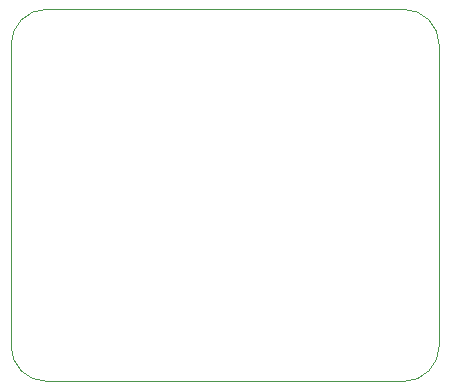
<source format=gbr>
%TF.GenerationSoftware,KiCad,Pcbnew,8.0.3*%
%TF.CreationDate,2024-06-28T00:17:40-05:00*%
%TF.ProjectId,Example PCB,4578616d-706c-4652-9050-43422e6b6963,rev?*%
%TF.SameCoordinates,Original*%
%TF.FileFunction,Profile,NP*%
%FSLAX46Y46*%
G04 Gerber Fmt 4.6, Leading zero omitted, Abs format (unit mm)*
G04 Created by KiCad (PCBNEW 8.0.3) date 2024-06-28 00:17:40*
%MOMM*%
%LPD*%
G01*
G04 APERTURE LIST*
%TA.AperFunction,Profile*%
%ADD10C,0.050000*%
%TD*%
G04 APERTURE END LIST*
D10*
X96750000Y-105000000D02*
G75*
G02*
X99750000Y-102000000I3000000J0D01*
G01*
X99750000Y-133500000D02*
G75*
G02*
X96750000Y-130500000I0J3000000D01*
G01*
X133000000Y-130500000D02*
G75*
G02*
X130000000Y-133500000I-3000000J0D01*
G01*
X130000000Y-102000000D02*
G75*
G02*
X133000000Y-105000000I0J-3000000D01*
G01*
X99750000Y-133500000D02*
X130000000Y-133500000D01*
X96750000Y-105000000D02*
X96750000Y-130500000D01*
X130000000Y-102000000D02*
X99750000Y-102000000D01*
X133000000Y-130500000D02*
X133000000Y-105000000D01*
M02*

</source>
